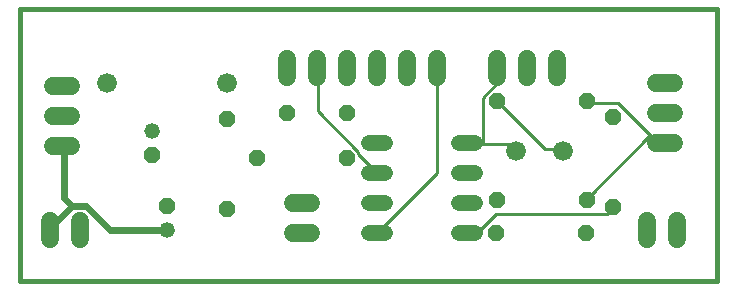
<source format=gbl>
G75*
%MOIN*%
%OFA0B0*%
%FSLAX25Y25*%
%IPPOS*%
%LPD*%
%AMOC8*
5,1,8,0,0,1.08239X$1,22.5*
%
%ADD10C,0.01600*%
%ADD11C,0.06600*%
%ADD12C,0.05200*%
%ADD13C,0.06000*%
%ADD14OC8,0.05200*%
%ADD15C,0.05200*%
%ADD16C,0.01000*%
%ADD17C,0.02400*%
D10*
X0001800Y0001800D02*
X0001800Y0092351D01*
X0234083Y0092351D01*
X0234083Y0001800D01*
X0001800Y0001800D01*
D11*
X0030737Y0067706D03*
X0070737Y0067706D03*
X0167154Y0045107D03*
X0182902Y0045107D03*
D12*
X0153337Y0047706D02*
X0148137Y0047706D01*
X0148137Y0037706D02*
X0153337Y0037706D01*
X0153337Y0027706D02*
X0148137Y0027706D01*
X0123337Y0027706D02*
X0118137Y0027706D01*
X0118137Y0037706D02*
X0123337Y0037706D01*
X0123337Y0047706D02*
X0118137Y0047706D01*
X0118137Y0017706D02*
X0123337Y0017706D01*
X0148137Y0017706D02*
X0153337Y0017706D01*
D13*
X0098737Y0017706D02*
X0092737Y0017706D01*
X0092737Y0027706D02*
X0098737Y0027706D01*
X0021800Y0021769D02*
X0021800Y0015769D01*
X0011800Y0015769D02*
X0011800Y0021769D01*
X0012737Y0046643D02*
X0018737Y0046643D01*
X0018737Y0056643D02*
X0012737Y0056643D01*
X0012737Y0066643D02*
X0018737Y0066643D01*
X0090737Y0069706D02*
X0090737Y0075706D01*
X0100737Y0075706D02*
X0100737Y0069706D01*
X0110737Y0069706D02*
X0110737Y0075706D01*
X0120737Y0075706D02*
X0120737Y0069706D01*
X0130737Y0069706D02*
X0130737Y0075706D01*
X0140737Y0075706D02*
X0140737Y0069706D01*
X0160737Y0069706D02*
X0160737Y0075706D01*
X0170737Y0075706D02*
X0170737Y0069706D01*
X0180737Y0069706D02*
X0180737Y0075706D01*
X0213800Y0067706D02*
X0219800Y0067706D01*
X0219800Y0057706D02*
X0213800Y0057706D01*
X0213800Y0047706D02*
X0219800Y0047706D01*
X0220737Y0021769D02*
X0220737Y0015769D01*
X0210737Y0015769D02*
X0210737Y0021769D01*
D14*
X0199359Y0026328D03*
X0190737Y0028769D03*
X0190343Y0017824D03*
X0160737Y0028769D03*
X0160343Y0017824D03*
X0110737Y0042706D03*
X0080737Y0042706D03*
X0070737Y0055580D03*
X0090737Y0057706D03*
X0110737Y0057706D03*
X0160737Y0061643D03*
X0190737Y0061643D03*
X0199359Y0056328D03*
X0070737Y0025580D03*
X0050737Y0026706D03*
X0045737Y0043706D03*
D15*
X0045737Y0051706D03*
X0050737Y0018706D03*
D16*
X0012037Y0019606D02*
X0011800Y0018769D01*
X0015737Y0046643D02*
X0016537Y0046606D01*
X0101137Y0058306D02*
X0101137Y0072706D01*
X0100737Y0072706D01*
X0101137Y0058306D02*
X0114637Y0044806D01*
X0114637Y0043906D01*
X0120037Y0038506D01*
X0120737Y0037706D01*
X0120937Y0017806D02*
X0140737Y0037606D01*
X0140737Y0072706D01*
X0156037Y0062806D02*
X0160537Y0067306D01*
X0160537Y0072706D01*
X0160737Y0072706D01*
X0156037Y0062806D02*
X0156037Y0047506D01*
X0151537Y0047506D01*
X0150737Y0047706D01*
X0156037Y0047506D02*
X0165037Y0047506D01*
X0166837Y0045706D01*
X0167154Y0045107D01*
X0176737Y0045706D02*
X0161437Y0061006D01*
X0160737Y0061643D01*
X0190737Y0061643D02*
X0191137Y0061006D01*
X0201037Y0061006D01*
X0211837Y0050206D01*
X0191137Y0029506D01*
X0190737Y0028769D01*
X0197437Y0024106D02*
X0199237Y0025906D01*
X0199359Y0026328D01*
X0197437Y0024106D02*
X0160537Y0024106D01*
X0154237Y0017806D01*
X0151537Y0017806D01*
X0150737Y0017706D01*
X0120937Y0017806D02*
X0120737Y0017706D01*
X0182137Y0045706D02*
X0182902Y0045107D01*
X0182137Y0045706D02*
X0176737Y0045706D01*
X0211837Y0050206D02*
X0213637Y0048406D01*
X0216337Y0048406D01*
X0216800Y0047706D01*
D17*
X0050737Y0018706D02*
X0031837Y0018706D01*
X0023737Y0026806D01*
X0019237Y0026806D01*
X0016537Y0029506D01*
X0016537Y0046606D01*
X0019237Y0026806D02*
X0012037Y0019606D01*
M02*

</source>
